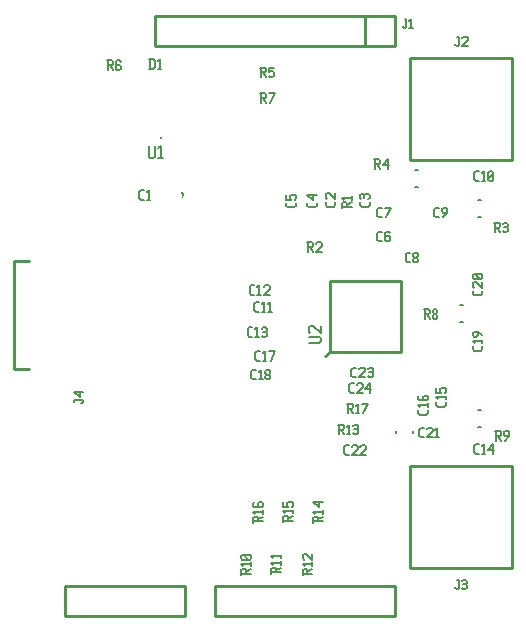
<source format=gbr>
G04 start of page 8 for group -4079 idx -4079 *
G04 Title: (unknown), topsilk *
G04 Creator: pcb 1.99z *
G04 CreationDate: Sun 31 May 2020 07:54:01 PM GMT UTC *
G04 For: mark *
G04 Format: Gerber/RS-274X *
G04 PCB-Dimensions (mil): 2200.00 2300.00 *
G04 PCB-Coordinate-Origin: lower left *
%MOIN*%
%FSLAX25Y25*%
%LNTOPSILK*%
%ADD77C,0.0060*%
%ADD76C,0.0020*%
%ADD75C,0.0080*%
%ADD74C,0.0100*%
G54D74*X33906Y135465D02*Y99638D01*
X39024D01*
X33906Y135465D02*X39024D01*
X166000Y203000D02*Y169000D01*
X200000D02*Y203000D01*
X166000D02*X200000D01*
Y169000D02*X166000D01*
G54D75*X167607Y165755D02*X168393D01*
X167607Y160245D02*X168393D01*
G54D74*X139174Y128826D02*X162826D01*
X139174D02*Y105174D01*
X162826D01*
Y128826D02*Y105174D01*
X139174D02*X137674Y103674D01*
X151000Y217000D02*Y207000D01*
X161000Y217000D02*Y207000D01*
X81000Y217000D02*Y207000D01*
Y217000D02*X161000D01*
X81000Y207000D02*X161000D01*
Y27000D02*Y17000D01*
X101000Y27000D02*Y17000D01*
Y27000D02*X161000D01*
X101000Y17000D02*X161000D01*
X91000Y27000D02*Y17000D01*
X51000Y27000D02*Y17000D01*
Y27000D02*X91000D01*
X51000Y17000D02*X91000D01*
G54D76*X90000Y158100D02*Y157400D01*
Y156700D02*X89800Y158200D01*
X90000Y156700D02*X90200Y158200D01*
G54D74*X83039Y176504D03*
G54D77*X90000Y158600D02*Y158200D01*
G54D75*X188607Y150245D02*X189393D01*
X188607Y155755D02*X189393D01*
X182650Y120755D02*X183436D01*
X182650Y115245D02*X183436D01*
G54D74*X166000Y67000D02*Y33000D01*
X200000D02*Y67000D01*
X166000D02*X200000D01*
Y33000D02*X166000D01*
G54D75*X188607Y85755D02*X189393D01*
X188607Y80245D02*X189393D01*
X161245Y78893D02*Y78107D01*
X166755Y78893D02*Y78107D01*
G54D77*X115850Y191350D02*X117450D01*
X117850Y190950D01*
Y190150D01*
X117450Y189750D02*X117850Y190150D01*
X116250Y189750D02*X117450D01*
X116250Y191350D02*Y188150D01*
X116890Y189750D02*X117850Y188150D01*
X119210D02*X120810Y191350D01*
X118810D02*X120810D01*
X115850Y199924D02*X117450D01*
X117850Y199524D01*
Y198724D01*
X117450Y198324D02*X117850Y198724D01*
X116250Y198324D02*X117450D01*
X116250Y199924D02*Y196724D01*
X116890Y198324D02*X117850Y196724D01*
X118810Y199924D02*X120410D01*
X118810D02*Y198324D01*
X119210Y198724D01*
X120010D01*
X120410Y198324D01*
Y197124D01*
X120010Y196724D02*X120410Y197124D01*
X119210Y196724D02*X120010D01*
X118810Y197124D02*X119210Y196724D01*
X64850Y202350D02*X66450D01*
X66850Y201950D01*
Y201150D01*
X66450Y200750D02*X66850Y201150D01*
X65250Y200750D02*X66450D01*
X65250Y202350D02*Y199150D01*
X65890Y200750D02*X66850Y199150D01*
X69010Y202350D02*X69410Y201950D01*
X68210Y202350D02*X69010D01*
X67810Y201950D02*X68210Y202350D01*
X67810Y201950D02*Y199550D01*
X68210Y199150D01*
X69010Y200910D02*X69410Y200510D01*
X67810Y200910D02*X69010D01*
X68210Y199150D02*X69010D01*
X69410Y199550D01*
Y200510D02*Y199550D01*
X79250Y202791D02*Y199591D01*
X80290Y202791D02*X80850Y202231D01*
Y200151D01*
X80290Y199591D02*X80850Y200151D01*
X78850Y199591D02*X80290D01*
X78850Y202791D02*X80290D01*
X81810Y202151D02*X82450Y202791D01*
Y199591D01*
X81810D02*X83010D01*
X112969Y124150D02*X114009D01*
X112409Y124710D02*X112969Y124150D01*
X112409Y126790D02*Y124710D01*
Y126790D02*X112969Y127350D01*
X114009D01*
X114969Y126710D02*X115609Y127350D01*
Y124150D01*
X114969D02*X116169D01*
X117129Y126950D02*X117529Y127350D01*
X118729D01*
X119129Y126950D01*
Y126150D01*
X117129Y124150D02*X119129Y126150D01*
X117129Y124150D02*X119129D01*
X114501Y118559D02*X115541D01*
X113941Y119119D02*X114501Y118559D01*
X113941Y121199D02*Y119119D01*
Y121199D02*X114501Y121759D01*
X115541D01*
X116501Y121119D02*X117141Y121759D01*
Y118559D01*
X116501D02*X117701D01*
X118661Y121119D02*X119301Y121759D01*
Y118559D01*
X118661D02*X119861D01*
X76160Y155800D02*X77200D01*
X75600Y156360D02*X76160Y155800D01*
X75600Y158440D02*Y156360D01*
Y158440D02*X76160Y159000D01*
X77200D01*
X78160Y158360D02*X78800Y159000D01*
Y155800D01*
X78160D02*X79360D01*
X112351Y110120D02*X113391D01*
X111791Y110680D02*X112351Y110120D01*
X111791Y112760D02*Y110680D01*
Y112760D02*X112351Y113320D01*
X113391D01*
X114351Y112680D02*X114991Y113320D01*
Y110120D01*
X114351D02*X115551D01*
X116511Y112920D02*X116911Y113320D01*
X117711D01*
X118111Y112920D01*
X117711Y110120D02*X118111Y110520D01*
X116911Y110120D02*X117711D01*
X116511Y110520D02*X116911Y110120D01*
Y111880D02*X117711D01*
X118111Y112920D02*Y112280D01*
Y111480D02*Y110520D01*
Y111480D02*X117711Y111880D01*
X118111Y112280D02*X117711Y111880D01*
X78800Y173800D02*Y170300D01*
X79300Y169800D01*
X80300D01*
X80800Y170300D01*
Y173800D02*Y170300D01*
X82000Y173000D02*X82800Y173800D01*
Y169800D01*
X82000D02*X83500D01*
X114836Y102150D02*X115876D01*
X114276Y102710D02*X114836Y102150D01*
X114276Y104790D02*Y102710D01*
Y104790D02*X114836Y105350D01*
X115876D01*
X116836Y104710D02*X117476Y105350D01*
Y102150D01*
X116836D02*X118036D01*
X119396D02*X120996Y105350D01*
X118996D02*X120996D01*
X113560Y96000D02*X114600D01*
X113000Y96560D02*X113560Y96000D01*
X113000Y98640D02*Y96560D01*
Y98640D02*X113560Y99200D01*
X114600D01*
X115560Y98560D02*X116200Y99200D01*
Y96000D01*
X115560D02*X116760D01*
X117720Y96400D02*X118120Y96000D01*
X117720Y97040D02*Y96400D01*
Y97040D02*X118280Y97600D01*
X118760D01*
X119320Y97040D01*
Y96400D01*
X118920Y96000D02*X119320Y96400D01*
X118120Y96000D02*X118920D01*
X117720Y98160D02*X118280Y97600D01*
X117720Y98800D02*Y98160D01*
Y98800D02*X118120Y99200D01*
X118920D01*
X119320Y98800D01*
Y98160D01*
X118760Y97600D02*X119320Y98160D01*
X53800Y89200D02*Y88560D01*
Y89200D02*X56600D01*
X57000Y88800D02*X56600Y89200D01*
X57000Y88800D02*Y88400D01*
X56600Y88000D02*X57000Y88400D01*
X56200Y88000D02*X56600D01*
X55800Y90160D02*X53800Y91760D01*
X55800Y92160D02*Y90160D01*
X53800Y91760D02*X57000D01*
X146910Y96650D02*X147950D01*
X146350Y97210D02*X146910Y96650D01*
X146350Y99290D02*Y97210D01*
Y99290D02*X146910Y99850D01*
X147950D01*
X148910Y99450D02*X149310Y99850D01*
X150510D01*
X150910Y99450D01*
Y98650D01*
X148910Y96650D02*X150910Y98650D01*
X148910Y96650D02*X150910D01*
X151870Y99450D02*X152270Y99850D01*
X153070D01*
X153470Y99450D01*
X153070Y96650D02*X153470Y97050D01*
X152270Y96650D02*X153070D01*
X151870Y97050D02*X152270Y96650D01*
Y98410D02*X153070D01*
X153470Y99450D02*Y98810D01*
Y98010D02*Y97050D01*
Y98010D02*X153070Y98410D01*
X153470Y98810D02*X153070Y98410D01*
X146060Y91500D02*X147100D01*
X145500Y92060D02*X146060Y91500D01*
X145500Y94140D02*Y92060D01*
Y94140D02*X146060Y94700D01*
X147100D01*
X148060Y94300D02*X148460Y94700D01*
X149660D01*
X150060Y94300D01*
Y93500D01*
X148060Y91500D02*X150060Y93500D01*
X148060Y91500D02*X150060D01*
X151020Y92700D02*X152620Y94700D01*
X151020Y92700D02*X153020D01*
X152620Y94700D02*Y91500D01*
X144410Y70798D02*X145450D01*
X143850Y71358D02*X144410Y70798D01*
X143850Y73438D02*Y71358D01*
Y73438D02*X144410Y73998D01*
X145450D01*
X146410Y73598D02*X146810Y73998D01*
X148010D01*
X148410Y73598D01*
Y72798D01*
X146410Y70798D02*X148410Y72798D01*
X146410Y70798D02*X148410D01*
X149370Y73598D02*X149770Y73998D01*
X150970D01*
X151370Y73598D01*
Y72798D01*
X149370Y70798D02*X151370Y72798D01*
X149370Y70798D02*X151370D01*
X133650Y49876D02*Y48276D01*
Y49876D02*X134050Y50276D01*
X134850D01*
X135250Y49876D02*X134850Y50276D01*
X135250Y49876D02*Y48676D01*
X133650D02*X136850D01*
X135250Y49316D02*X136850Y50276D01*
X134290Y51236D02*X133650Y51876D01*
X136850D01*
Y52436D02*Y51236D01*
X135650Y53396D02*X133650Y54996D01*
X135650Y55396D02*Y53396D01*
X133650Y54996D02*X136850D01*
X171850Y85891D02*Y84851D01*
X171290Y84291D02*X171850Y84851D01*
X169210Y84291D02*X171290D01*
X169210D02*X168650Y84851D01*
Y85891D02*Y84851D01*
X169290Y86851D02*X168650Y87491D01*
X171850D01*
Y88051D02*Y86851D01*
X168650Y90211D02*X169050Y90611D01*
X168650Y90211D02*Y89411D01*
X169050Y89011D02*X168650Y89411D01*
X169050Y89011D02*X171450D01*
X171850Y89411D01*
X170090Y90211D02*X170490Y90611D01*
X170090Y90211D02*Y89011D01*
X171850Y90211D02*Y89411D01*
Y90211D02*X171450Y90611D01*
X170490D02*X171450D01*
X187836Y71150D02*X188876D01*
X187276Y71710D02*X187836Y71150D01*
X187276Y73790D02*Y71710D01*
Y73790D02*X187836Y74350D01*
X188876D01*
X189836Y73710D02*X190476Y74350D01*
Y71150D01*
X189836D02*X191036D01*
X191996Y72350D02*X193596Y74350D01*
X191996Y72350D02*X193996D01*
X193596Y74350D02*Y71150D01*
X194307Y78807D02*X195907D01*
X196307Y78407D01*
Y77607D01*
X195907Y77207D02*X196307Y77607D01*
X194707Y77207D02*X195907D01*
X194707Y78807D02*Y75607D01*
X195347Y77207D02*X196307Y75607D01*
X197667D02*X198867Y77207D01*
Y78407D02*Y77207D01*
X198467Y78807D02*X198867Y78407D01*
X197667Y78807D02*X198467D01*
X197267Y78407D02*X197667Y78807D01*
X197267Y78407D02*Y77607D01*
X197667Y77207D01*
X198867D01*
X169410Y76650D02*X170450D01*
X168850Y77210D02*X169410Y76650D01*
X168850Y79290D02*Y77210D01*
Y79290D02*X169410Y79850D01*
X170450D01*
X171410Y79450D02*X171810Y79850D01*
X173010D01*
X173410Y79450D01*
Y78650D01*
X171410Y76650D02*X173410Y78650D01*
X171410Y76650D02*X173410D01*
X174370Y79210D02*X175010Y79850D01*
Y76650D01*
X174370D02*X175570D01*
X177850Y88376D02*Y87336D01*
X177290Y86776D02*X177850Y87336D01*
X175210Y86776D02*X177290D01*
X175210D02*X174650Y87336D01*
Y88376D02*Y87336D01*
X175290Y89336D02*X174650Y89976D01*
X177850D01*
Y90536D02*Y89336D01*
X174650Y93096D02*Y91496D01*
X176250D01*
X175850Y91896D01*
Y92696D02*Y91896D01*
Y92696D02*X176250Y93096D01*
X177450D01*
X177850Y92696D02*X177450Y93096D01*
X177850Y92696D02*Y91896D01*
X177450Y91496D02*X177850Y91896D01*
X141832Y80850D02*X143432D01*
X143832Y80450D01*
Y79650D01*
X143432Y79250D02*X143832Y79650D01*
X142232Y79250D02*X143432D01*
X142232Y80850D02*Y77650D01*
X142872Y79250D02*X143832Y77650D01*
X144792Y80210D02*X145432Y80850D01*
Y77650D01*
X144792D02*X145992D01*
X146952Y80450D02*X147352Y80850D01*
X148152D01*
X148552Y80450D01*
X148152Y77650D02*X148552Y78050D01*
X147352Y77650D02*X148152D01*
X146952Y78050D02*X147352Y77650D01*
Y79410D02*X148152D01*
X148552Y80450D02*Y79810D01*
Y79010D02*Y78050D01*
Y79010D02*X148152Y79410D01*
X148552Y79810D02*X148152Y79410D01*
X144850Y87850D02*X146450D01*
X146850Y87450D01*
Y86650D01*
X146450Y86250D02*X146850Y86650D01*
X145250Y86250D02*X146450D01*
X145250Y87850D02*Y84650D01*
X145890Y86250D02*X146850Y84650D01*
X147810Y87210D02*X148450Y87850D01*
Y84650D01*
X147810D02*X149010D01*
X150370D02*X151970Y87850D01*
X149970D02*X151970D01*
X130091Y32450D02*Y30850D01*
Y32450D02*X130491Y32850D01*
X131291D01*
X131691Y32450D02*X131291Y32850D01*
X131691Y32450D02*Y31250D01*
X130091D02*X133291D01*
X131691Y31890D02*X133291Y32850D01*
X130731Y33810D02*X130091Y34450D01*
X133291D01*
Y35010D02*Y33810D01*
X130491Y35970D02*X130091Y36370D01*
Y37570D02*Y36370D01*
Y37570D02*X130491Y37970D01*
X131291D01*
X133291Y35970D02*X131291Y37970D01*
X133291D02*Y35970D01*
X109650Y32450D02*Y30850D01*
Y32450D02*X110050Y32850D01*
X110850D01*
X111250Y32450D02*X110850Y32850D01*
X111250Y32450D02*Y31250D01*
X109650D02*X112850D01*
X111250Y31890D02*X112850Y32850D01*
X110290Y33810D02*X109650Y34450D01*
X112850D01*
Y35010D02*Y33810D01*
X112450Y35970D02*X112850Y36370D01*
X110050Y35970D02*X112450D01*
X110050D02*X109650Y36370D01*
Y37170D02*Y36370D01*
Y37170D02*X110050Y37570D01*
X112450D01*
X112850Y37170D02*X112450Y37570D01*
X112850Y37170D02*Y36370D01*
X112050Y35970D02*X110450Y37570D01*
X119650Y32876D02*Y31276D01*
Y32876D02*X120050Y33276D01*
X120850D01*
X121250Y32876D02*X120850Y33276D01*
X121250Y32876D02*Y31676D01*
X119650D02*X122850D01*
X121250Y32316D02*X122850Y33276D01*
X120290Y34236D02*X119650Y34876D01*
X122850D01*
Y35436D02*Y34236D01*
X120290Y36396D02*X119650Y37036D01*
X122850D01*
Y37596D02*Y36396D01*
X181560Y29200D02*X182200D01*
Y26400D01*
X181800Y26000D02*X182200Y26400D01*
X181400Y26000D02*X181800D01*
X181000Y26400D02*X181400Y26000D01*
X181000Y26800D02*Y26400D01*
X183160Y28800D02*X183560Y29200D01*
X184360D01*
X184760Y28800D01*
X184360Y26000D02*X184760Y26400D01*
X183560Y26000D02*X184360D01*
X183160Y26400D02*X183560Y26000D01*
Y27760D02*X184360D01*
X184760Y28800D02*Y28160D01*
Y27360D02*Y26400D01*
Y27360D02*X184360Y27760D01*
X184760Y28160D02*X184360Y27760D01*
X113650Y49876D02*Y48276D01*
Y49876D02*X114050Y50276D01*
X114850D01*
X115250Y49876D02*X114850Y50276D01*
X115250Y49876D02*Y48676D01*
X113650D02*X116850D01*
X115250Y49316D02*X116850Y50276D01*
X114290Y51236D02*X113650Y51876D01*
X116850D01*
Y52436D02*Y51236D01*
X113650Y54596D02*X114050Y54996D01*
X113650Y54596D02*Y53796D01*
X114050Y53396D02*X113650Y53796D01*
X114050Y53396D02*X116450D01*
X116850Y53796D01*
X115090Y54596D02*X115490Y54996D01*
X115090Y54596D02*Y53396D01*
X116850Y54596D02*Y53796D01*
Y54596D02*X116450Y54996D01*
X115490D02*X116450D01*
X123650Y50024D02*Y48424D01*
Y50024D02*X124050Y50424D01*
X124850D01*
X125250Y50024D02*X124850Y50424D01*
X125250Y50024D02*Y48824D01*
X123650D02*X126850D01*
X125250Y49464D02*X126850Y50424D01*
X124290Y51384D02*X123650Y52024D01*
X126850D01*
Y52584D02*Y51384D01*
X123650Y55144D02*Y53544D01*
X125250D01*
X124850Y53944D01*
Y54744D02*Y53944D01*
Y54744D02*X125250Y55144D01*
X126450D01*
X126850Y54744D02*X126450Y55144D01*
X126850Y54744D02*Y53944D01*
X126450Y53544D02*X126850Y53944D01*
X152441Y155159D02*Y154119D01*
X151881Y153559D02*X152441Y154119D01*
X149801Y153559D02*X151881D01*
X149801D02*X149241Y154119D01*
Y155159D02*Y154119D01*
X149641Y156119D02*X149241Y156519D01*
Y157319D02*Y156519D01*
Y157319D02*X149641Y157719D01*
X152441Y157319D02*X152041Y157719D01*
X152441Y157319D02*Y156519D01*
X152041Y156119D02*X152441Y156519D01*
X150681Y157319D02*Y156519D01*
X149641Y157719D02*X150281D01*
X151081D02*X152041D01*
X151081D02*X150681Y157319D01*
X150281Y157719D02*X150681Y157319D01*
X143300Y154600D02*Y153000D01*
Y154600D02*X143700Y155000D01*
X144500D01*
X144900Y154600D02*X144500Y155000D01*
X144900Y154600D02*Y153400D01*
X143300D02*X146500D01*
X144900Y154040D02*X146500Y155000D01*
X143940Y155960D02*X143300Y156600D01*
X146500D01*
Y157160D02*Y155960D01*
X141000Y155100D02*Y154060D01*
X140440Y153500D02*X141000Y154060D01*
X138360Y153500D02*X140440D01*
X138360D02*X137800Y154060D01*
Y155100D02*Y154060D01*
X138200Y156060D02*X137800Y156460D01*
Y157660D02*Y156460D01*
Y157660D02*X138200Y158060D01*
X139000D01*
X141000Y156060D02*X139000Y158060D01*
X141000D02*Y156060D01*
X134850Y154950D02*Y153910D01*
X134290Y153350D02*X134850Y153910D01*
X132210Y153350D02*X134290D01*
X132210D02*X131650Y153910D01*
Y154950D02*Y153910D01*
X133650Y155910D02*X131650Y157510D01*
X133650Y157910D02*Y155910D01*
X131650Y157510D02*X134850D01*
X127850Y154950D02*Y153910D01*
X127290Y153350D02*X127850Y153910D01*
X125210Y153350D02*X127290D01*
X125210D02*X124650Y153910D01*
Y154950D02*Y153910D01*
Y157510D02*Y155910D01*
X126250D01*
X125850Y156310D01*
Y157110D02*Y156310D01*
Y157110D02*X126250Y157510D01*
X127450D01*
X127850Y157110D02*X127450Y157510D01*
X127850Y157110D02*Y156310D01*
X127450Y155910D02*X127850Y156310D01*
X174560Y150000D02*X175600D01*
X174000Y150560D02*X174560Y150000D01*
X174000Y152640D02*Y150560D01*
Y152640D02*X174560Y153200D01*
X175600D01*
X176960Y150000D02*X178160Y151600D01*
Y152800D02*Y151600D01*
X177760Y153200D02*X178160Y152800D01*
X176960Y153200D02*X177760D01*
X176560Y152800D02*X176960Y153200D01*
X176560Y152800D02*Y152000D01*
X176960Y151600D01*
X178160D01*
X193850Y148178D02*X195450D01*
X195850Y147778D01*
Y146978D01*
X195450Y146578D02*X195850Y146978D01*
X194250Y146578D02*X195450D01*
X194250Y148178D02*Y144978D01*
X194890Y146578D02*X195850Y144978D01*
X196810Y147778D02*X197210Y148178D01*
X198010D01*
X198410Y147778D01*
X198010Y144978D02*X198410Y145378D01*
X197210Y144978D02*X198010D01*
X196810Y145378D02*X197210Y144978D01*
Y146738D02*X198010D01*
X198410Y147778D02*Y147138D01*
Y146338D02*Y145378D01*
Y146338D02*X198010Y146738D01*
X198410Y147138D02*X198010Y146738D01*
X187836Y162150D02*X188876D01*
X187276Y162710D02*X187836Y162150D01*
X187276Y164790D02*Y162710D01*
Y164790D02*X187836Y165350D01*
X188876D01*
X189836Y164710D02*X190476Y165350D01*
Y162150D01*
X189836D02*X191036D01*
X191996Y162550D02*X192396Y162150D01*
X191996Y164950D02*Y162550D01*
Y164950D02*X192396Y165350D01*
X193196D01*
X193596Y164950D01*
Y162550D01*
X193196Y162150D02*X193596Y162550D01*
X192396Y162150D02*X193196D01*
X191996Y162950D02*X193596Y164550D01*
X153850Y169350D02*X155450D01*
X155850Y168950D01*
Y168150D01*
X155450Y167750D02*X155850Y168150D01*
X154250Y167750D02*X155450D01*
X154250Y169350D02*Y166150D01*
X154890Y167750D02*X155850Y166150D01*
X156810Y167350D02*X158410Y169350D01*
X156810Y167350D02*X158810D01*
X158410Y169350D02*Y166150D01*
X155560Y150000D02*X156600D01*
X155000Y150560D02*X155560Y150000D01*
X155000Y152640D02*Y150560D01*
Y152640D02*X155560Y153200D01*
X156600D01*
X157960Y150000D02*X159560Y153200D01*
X157560D02*X159560D01*
X155560Y142000D02*X156600D01*
X155000Y142560D02*X155560Y142000D01*
X155000Y144640D02*Y142560D01*
Y144640D02*X155560Y145200D01*
X156600D01*
X158760D02*X159160Y144800D01*
X157960Y145200D02*X158760D01*
X157560Y144800D02*X157960Y145200D01*
X157560Y144800D02*Y142400D01*
X157960Y142000D01*
X158760Y143760D02*X159160Y143360D01*
X157560Y143760D02*X158760D01*
X157960Y142000D02*X158760D01*
X159160Y142400D01*
Y143360D02*Y142400D01*
X164060Y216200D02*X164700D01*
Y213400D01*
X164300Y213000D02*X164700Y213400D01*
X163900Y213000D02*X164300D01*
X163500Y213400D02*X163900Y213000D01*
X163500Y213800D02*Y213400D01*
X165660Y215560D02*X166300Y216200D01*
Y213000D01*
X165660D02*X166860D01*
X181560Y210200D02*X182200D01*
Y207400D01*
X181800Y207000D02*X182200Y207400D01*
X181400Y207000D02*X181800D01*
X181000Y207400D02*X181400Y207000D01*
X181000Y207800D02*Y207400D01*
X183160Y209800D02*X183560Y210200D01*
X184760D01*
X185160Y209800D01*
Y209000D01*
X183160Y207000D02*X185160Y209000D01*
X183160Y207000D02*X185160D01*
X164986Y135000D02*X166026D01*
X164426Y135560D02*X164986Y135000D01*
X164426Y137640D02*Y135560D01*
Y137640D02*X164986Y138200D01*
X166026D01*
X166986Y135400D02*X167386Y135000D01*
X166986Y136040D02*Y135400D01*
Y136040D02*X167546Y136600D01*
X168026D01*
X168586Y136040D01*
Y135400D01*
X168186Y135000D02*X168586Y135400D01*
X167386Y135000D02*X168186D01*
X166986Y137160D02*X167546Y136600D01*
X166986Y137800D02*Y137160D01*
Y137800D02*X167386Y138200D01*
X168186D01*
X168586Y137800D01*
Y137160D01*
X168026Y136600D02*X168586Y137160D01*
X190000Y125600D02*Y124560D01*
X189440Y124000D02*X190000Y124560D01*
X187360Y124000D02*X189440D01*
X187360D02*X186800Y124560D01*
Y125600D02*Y124560D01*
X187200Y126560D02*X186800Y126960D01*
Y128160D02*Y126960D01*
Y128160D02*X187200Y128560D01*
X188000D01*
X190000Y126560D02*X188000Y128560D01*
X190000D02*Y126560D01*
X189600Y129520D02*X190000Y129920D01*
X187200Y129520D02*X189600D01*
X187200D02*X186800Y129920D01*
Y130720D02*Y129920D01*
Y130720D02*X187200Y131120D01*
X189600D01*
X190000Y130720D02*X189600Y131120D01*
X190000Y130720D02*Y129920D01*
X189200Y129520D02*X187600Y131120D01*
X190000Y107143D02*Y106103D01*
X189440Y105543D02*X190000Y106103D01*
X187360Y105543D02*X189440D01*
X187360D02*X186800Y106103D01*
Y107143D02*Y106103D01*
X187440Y108103D02*X186800Y108743D01*
X190000D01*
Y109303D02*Y108103D01*
Y110663D02*X188400Y111863D01*
X187200D02*X188400D01*
X186800Y111463D02*X187200Y111863D01*
X186800Y111463D02*Y110663D01*
X187200Y110263D02*X186800Y110663D01*
X187200Y110263D02*X188000D01*
X188400Y110663D01*
Y111863D02*Y110663D01*
X170436Y119350D02*X172036D01*
X172436Y118950D01*
Y118150D01*
X172036Y117750D02*X172436Y118150D01*
X170836Y117750D02*X172036D01*
X170836Y119350D02*Y116150D01*
X171476Y117750D02*X172436Y116150D01*
X173396Y116550D02*X173796Y116150D01*
X173396Y117190D02*Y116550D01*
Y117190D02*X173956Y117750D01*
X174436D01*
X174996Y117190D01*
Y116550D01*
X174596Y116150D02*X174996Y116550D01*
X173796Y116150D02*X174596D01*
X173396Y118310D02*X173956Y117750D01*
X173396Y118950D02*Y118310D01*
Y118950D02*X173796Y119350D01*
X174596D01*
X174996Y118950D01*
Y118310D01*
X174436Y117750D02*X174996Y118310D01*
X131500Y141700D02*X133100D01*
X133500Y141300D01*
Y140500D01*
X133100Y140100D02*X133500Y140500D01*
X131900Y140100D02*X133100D01*
X131900Y141700D02*Y138500D01*
X132540Y140100D02*X133500Y138500D01*
X134460Y141300D02*X134860Y141700D01*
X136060D01*
X136460Y141300D01*
Y140500D01*
X134460Y138500D02*X136460Y140500D01*
X134460Y138500D02*X136460D01*
X132124Y108174D02*X135624D01*
X136124Y108674D01*
Y109674D02*Y108674D01*
Y109674D02*X135624Y110174D01*
X132124D02*X135624D01*
X132624Y111374D02*X132124Y111874D01*
Y113374D02*Y111874D01*
Y113374D02*X132624Y113874D01*
X133624D01*
X136124Y111374D02*X133624Y113874D01*
X136124D02*Y111374D01*
M02*

</source>
